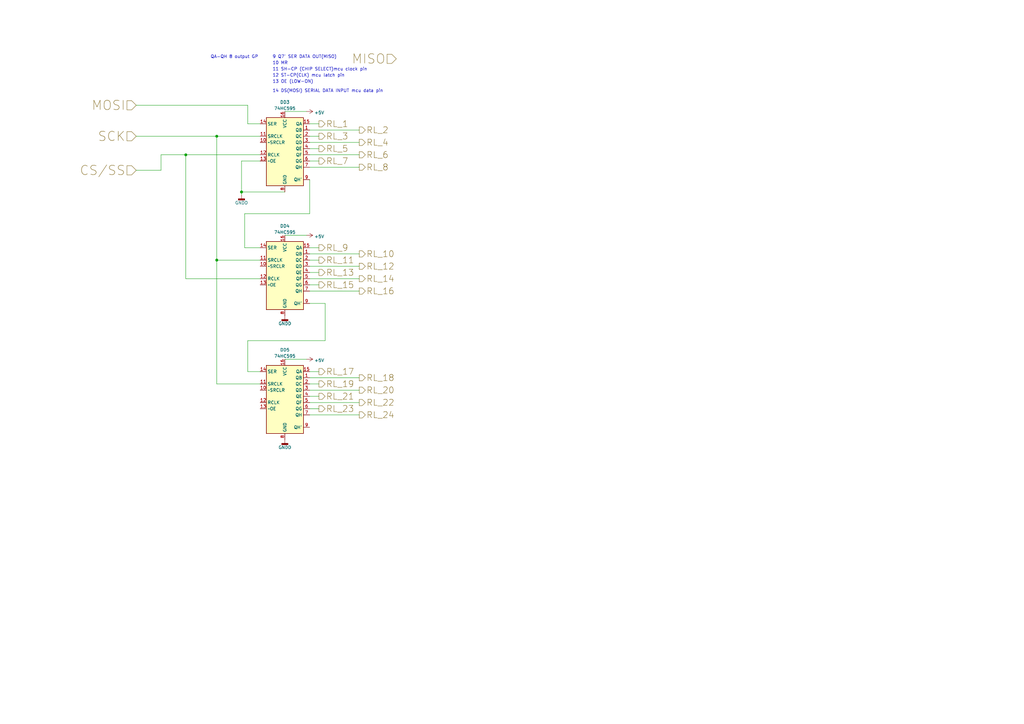
<source format=kicad_sch>
(kicad_sch (version 20210621) (generator eeschema)

  (uuid f3e9d218-bfa9-47e0-86eb-88e767012ce2)

  (paper "A3")

  (lib_symbols
    (symbol "my_Library:74HC595" (in_bom yes) (on_board yes)
      (property "Reference" "DD" (id 0) (at 0 19.05 0)
        (effects (font (size 1.27 1.27)))
      )
      (property "Value" "74HC595" (id 1) (at 0 16.51 0)
        (effects (font (size 1.27 1.27)))
      )
      (property "Footprint" "my_Library_ftprint:DIP-16_W7.62mm_Socket_LongPads" (id 2) (at 0 0 0)
        (effects (font (size 1.27 1.27)) hide)
      )
      (property "Datasheet" "http://www.ti.com/lit/ds/symlink/sn74hc595.pdf" (id 3) (at 0 0 0)
        (effects (font (size 1.27 1.27)) hide)
      )
      (property "ki_keywords" "HCMOS SR 3State" (id 4) (at 0 0 0)
        (effects (font (size 1.27 1.27)) hide)
      )
      (property "ki_description" "8-bit serial in/out Shift Register 3-State Outputs" (id 5) (at 0 0 0)
        (effects (font (size 1.27 1.27)) hide)
      )
      (property "ki_fp_filters" "DIP*W7.62mm* SOIC*3.9x9.9mm*P1.27mm* TSSOP*4.4x5mm*P0.65mm* SOIC*5.3x10.2mm*P1.27mm* SOIC*7.5x10.3mm*P1.27mm*" (id 6) (at 0 0 0)
        (effects (font (size 1.27 1.27)) hide)
      )
      (symbol "74HC595_1_0"
        (pin tri_state line (at 10.16 7.62 180) (length 2.54)
          (name "QB" (effects (font (size 1.27 1.27))))
          (number "1" (effects (font (size 1.27 1.27))))
        )
        (pin input line (at -10.16 2.54 0) (length 2.54)
          (name "~SRCLR" (effects (font (size 1.27 1.27))))
          (number "10" (effects (font (size 1.27 1.27))))
        )
        (pin input line (at -10.16 5.08 0) (length 2.54)
          (name "SRCLK" (effects (font (size 1.27 1.27))))
          (number "11" (effects (font (size 1.27 1.27))))
        )
        (pin input line (at -10.16 -2.54 0) (length 2.54)
          (name "RCLK" (effects (font (size 1.27 1.27))))
          (number "12" (effects (font (size 1.27 1.27))))
        )
        (pin input line (at -10.16 -5.08 0) (length 2.54)
          (name "~OE" (effects (font (size 1.27 1.27))))
          (number "13" (effects (font (size 1.27 1.27))))
        )
        (pin input line (at -10.16 10.16 0) (length 2.54)
          (name "SER" (effects (font (size 1.27 1.27))))
          (number "14" (effects (font (size 1.27 1.27))))
        )
        (pin tri_state line (at 10.16 10.16 180) (length 2.54)
          (name "QA" (effects (font (size 1.27 1.27))))
          (number "15" (effects (font (size 1.27 1.27))))
        )
        (pin power_in line (at 0 15.24 270) (length 2.54)
          (name "VCC" (effects (font (size 1.27 1.27))))
          (number "16" (effects (font (size 1.27 1.27))))
        )
        (pin tri_state line (at 10.16 5.08 180) (length 2.54)
          (name "QC" (effects (font (size 1.27 1.27))))
          (number "2" (effects (font (size 1.27 1.27))))
        )
        (pin tri_state line (at 10.16 2.54 180) (length 2.54)
          (name "QD" (effects (font (size 1.27 1.27))))
          (number "3" (effects (font (size 1.27 1.27))))
        )
        (pin tri_state line (at 10.16 0 180) (length 2.54)
          (name "QE" (effects (font (size 1.27 1.27))))
          (number "4" (effects (font (size 1.27 1.27))))
        )
        (pin tri_state line (at 10.16 -2.54 180) (length 2.54)
          (name "QF" (effects (font (size 1.27 1.27))))
          (number "5" (effects (font (size 1.27 1.27))))
        )
        (pin tri_state line (at 10.16 -5.08 180) (length 2.54)
          (name "QG" (effects (font (size 1.27 1.27))))
          (number "6" (effects (font (size 1.27 1.27))))
        )
        (pin tri_state line (at 10.16 -7.62 180) (length 2.54)
          (name "QH" (effects (font (size 1.27 1.27))))
          (number "7" (effects (font (size 1.27 1.27))))
        )
        (pin power_in line (at 0 -17.78 90) (length 2.54)
          (name "GND" (effects (font (size 1.27 1.27))))
          (number "8" (effects (font (size 1.27 1.27))))
        )
        (pin output line (at 10.16 -12.7 180) (length 2.54)
          (name "QH'" (effects (font (size 1.27 1.27))))
          (number "9" (effects (font (size 1.27 1.27))))
        )
      )
      (symbol "74HC595_1_1"
        (rectangle (start -7.62 12.7) (end 7.62 -15.24)
          (stroke (width 0.254)) (fill (type background))
        )
      )
    )
    (symbol "power:+5V" (power) (pin_names (offset 0)) (in_bom yes) (on_board yes)
      (property "Reference" "#PWR" (id 0) (at 0 -3.81 0)
        (effects (font (size 1.27 1.27)) hide)
      )
      (property "Value" "+5V" (id 1) (at 0 3.556 0)
        (effects (font (size 1.27 1.27)))
      )
      (property "Footprint" "" (id 2) (at 0 0 0)
        (effects (font (size 1.27 1.27)) hide)
      )
      (property "Datasheet" "" (id 3) (at 0 0 0)
        (effects (font (size 1.27 1.27)) hide)
      )
      (property "ki_keywords" "power-flag" (id 4) (at 0 0 0)
        (effects (font (size 1.27 1.27)) hide)
      )
      (property "ki_description" "Power symbol creates a global label with name \"+5V\"" (id 5) (at 0 0 0)
        (effects (font (size 1.27 1.27)) hide)
      )
      (symbol "+5V_0_1"
        (polyline
          (pts
            (xy -0.762 1.27)
            (xy 0 2.54)
          )
          (stroke (width 0)) (fill (type none))
        )
        (polyline
          (pts
            (xy 0 0)
            (xy 0 2.54)
          )
          (stroke (width 0)) (fill (type none))
        )
        (polyline
          (pts
            (xy 0 2.54)
            (xy 0.762 1.27)
          )
          (stroke (width 0)) (fill (type none))
        )
      )
      (symbol "+5V_1_1"
        (pin power_in line (at 0 0 90) (length 0) hide
          (name "+5V" (effects (font (size 1.27 1.27))))
          (number "1" (effects (font (size 1.27 1.27))))
        )
      )
    )
    (symbol "power:GNDD" (power) (pin_names (offset 0)) (in_bom yes) (on_board yes)
      (property "Reference" "#PWR" (id 0) (at 0 -6.35 0)
        (effects (font (size 1.27 1.27)) hide)
      )
      (property "Value" "GNDD" (id 1) (at 0 -3.175 0)
        (effects (font (size 1.27 1.27)))
      )
      (property "Footprint" "" (id 2) (at 0 0 0)
        (effects (font (size 1.27 1.27)) hide)
      )
      (property "Datasheet" "" (id 3) (at 0 0 0)
        (effects (font (size 1.27 1.27)) hide)
      )
      (property "ki_keywords" "power-flag" (id 4) (at 0 0 0)
        (effects (font (size 1.27 1.27)) hide)
      )
      (property "ki_description" "Power symbol creates a global label with name \"GNDD\" , digital ground" (id 5) (at 0 0 0)
        (effects (font (size 1.27 1.27)) hide)
      )
      (symbol "GNDD_0_1"
        (rectangle (start -1.27 -1.524) (end 1.27 -2.032)
          (stroke (width 0.254)) (fill (type outline))
        )
        (polyline
          (pts
            (xy 0 0)
            (xy 0 -1.524)
          )
          (stroke (width 0)) (fill (type none))
        )
      )
      (symbol "GNDD_1_1"
        (pin power_in line (at 0 0 270) (length 0) hide
          (name "GNDD" (effects (font (size 1.27 1.27))))
          (number "1" (effects (font (size 1.27 1.27))))
        )
      )
    )
  )

  (junction (at 76.2 63.5) (diameter 1.016) (color 0 0 0 0))
  (junction (at 88.9 55.88) (diameter 1.016) (color 0 0 0 0))
  (junction (at 88.9 106.68) (diameter 1.016) (color 0 0 0 0))
  (junction (at 99.06 78.74) (diameter 1.016) (color 0 0 0 0))

  (wire (pts (xy 55.88 43.18) (xy 101.6 43.18))
    (stroke (width 0) (type solid) (color 0 0 0 0))
    (uuid d0c3b84a-499a-40be-950c-a8d77fcbc047)
  )
  (wire (pts (xy 55.88 55.88) (xy 88.9 55.88))
    (stroke (width 0) (type solid) (color 0 0 0 0))
    (uuid c970506d-5dcb-4a17-af73-e3a70a931e5a)
  )
  (wire (pts (xy 55.88 69.85) (xy 66.04 69.85))
    (stroke (width 0) (type solid) (color 0 0 0 0))
    (uuid e863bb6f-cdad-4231-92a8-e107067b3fda)
  )
  (wire (pts (xy 66.04 63.5) (xy 66.04 69.85))
    (stroke (width 0) (type solid) (color 0 0 0 0))
    (uuid e863bb6f-cdad-4231-92a8-e107067b3fda)
  )
  (wire (pts (xy 76.2 63.5) (xy 66.04 63.5))
    (stroke (width 0) (type solid) (color 0 0 0 0))
    (uuid 3410836d-743a-4730-9e6b-508c7a36f56b)
  )
  (wire (pts (xy 76.2 63.5) (xy 76.2 114.3))
    (stroke (width 0) (type solid) (color 0 0 0 0))
    (uuid 5f2ce5ae-a6e2-439e-bca2-a14c877a8d16)
  )
  (wire (pts (xy 76.2 114.3) (xy 106.68 114.3))
    (stroke (width 0) (type solid) (color 0 0 0 0))
    (uuid 5f2ce5ae-a6e2-439e-bca2-a14c877a8d16)
  )
  (wire (pts (xy 88.9 55.88) (xy 88.9 106.68))
    (stroke (width 0) (type solid) (color 0 0 0 0))
    (uuid aaff0f9a-a3ec-4e26-95ba-30dc14da5f15)
  )
  (wire (pts (xy 88.9 55.88) (xy 106.68 55.88))
    (stroke (width 0) (type solid) (color 0 0 0 0))
    (uuid c970506d-5dcb-4a17-af73-e3a70a931e5a)
  )
  (wire (pts (xy 88.9 106.68) (xy 88.9 157.48))
    (stroke (width 0) (type solid) (color 0 0 0 0))
    (uuid 7d1322fe-7a9b-4974-b780-ad66de30368d)
  )
  (wire (pts (xy 88.9 106.68) (xy 106.68 106.68))
    (stroke (width 0) (type solid) (color 0 0 0 0))
    (uuid aaff0f9a-a3ec-4e26-95ba-30dc14da5f15)
  )
  (wire (pts (xy 88.9 157.48) (xy 106.68 157.48))
    (stroke (width 0) (type solid) (color 0 0 0 0))
    (uuid 7d1322fe-7a9b-4974-b780-ad66de30368d)
  )
  (wire (pts (xy 99.06 66.04) (xy 99.06 78.74))
    (stroke (width 0) (type solid) (color 0 0 0 0))
    (uuid d72e4527-46de-4374-8887-0ae2f1226920)
  )
  (wire (pts (xy 99.06 78.74) (xy 99.06 80.01))
    (stroke (width 0) (type solid) (color 0 0 0 0))
    (uuid d72e4527-46de-4374-8887-0ae2f1226920)
  )
  (wire (pts (xy 99.06 78.74) (xy 116.84 78.74))
    (stroke (width 0) (type solid) (color 0 0 0 0))
    (uuid b35db7d5-4699-41f5-b2a8-cbb39539178c)
  )
  (wire (pts (xy 100.33 87.63) (xy 100.33 101.6))
    (stroke (width 0) (type solid) (color 0 0 0 0))
    (uuid 7cc71f8d-1892-466f-a84e-be98c1a09980)
  )
  (wire (pts (xy 100.33 87.63) (xy 127 87.63))
    (stroke (width 0) (type solid) (color 0 0 0 0))
    (uuid a360568a-a883-4be3-b5fb-a54d432bbcb6)
  )
  (wire (pts (xy 100.33 101.6) (xy 106.68 101.6))
    (stroke (width 0) (type solid) (color 0 0 0 0))
    (uuid d154373a-5f86-47b4-83a1-2b7d756b18b1)
  )
  (wire (pts (xy 101.6 43.18) (xy 101.6 50.8))
    (stroke (width 0) (type solid) (color 0 0 0 0))
    (uuid d0c3b84a-499a-40be-950c-a8d77fcbc047)
  )
  (wire (pts (xy 101.6 50.8) (xy 106.68 50.8))
    (stroke (width 0) (type solid) (color 0 0 0 0))
    (uuid d0c3b84a-499a-40be-950c-a8d77fcbc047)
  )
  (wire (pts (xy 101.6 139.7) (xy 101.6 152.4))
    (stroke (width 0) (type solid) (color 0 0 0 0))
    (uuid 0be76d90-77c0-42ce-b99a-c108d15fc0c0)
  )
  (wire (pts (xy 101.6 152.4) (xy 106.68 152.4))
    (stroke (width 0) (type solid) (color 0 0 0 0))
    (uuid 0be76d90-77c0-42ce-b99a-c108d15fc0c0)
  )
  (wire (pts (xy 106.68 63.5) (xy 76.2 63.5))
    (stroke (width 0) (type solid) (color 0 0 0 0))
    (uuid 3410836d-743a-4730-9e6b-508c7a36f56b)
  )
  (wire (pts (xy 106.68 66.04) (xy 99.06 66.04))
    (stroke (width 0) (type solid) (color 0 0 0 0))
    (uuid d72e4527-46de-4374-8887-0ae2f1226920)
  )
  (wire (pts (xy 116.84 45.72) (xy 125.73 45.72))
    (stroke (width 0) (type solid) (color 0 0 0 0))
    (uuid a3eabdb4-06dc-4352-8991-1399e4e7e04c)
  )
  (wire (pts (xy 116.84 96.52) (xy 125.73 96.52))
    (stroke (width 0) (type solid) (color 0 0 0 0))
    (uuid 868964f3-1cd2-4df3-a0c7-40bcf25507f1)
  )
  (wire (pts (xy 116.84 147.32) (xy 125.73 147.32))
    (stroke (width 0) (type solid) (color 0 0 0 0))
    (uuid 075aaf6c-8fbe-400a-bd4e-d48fdd1ba075)
  )
  (wire (pts (xy 127 50.8) (xy 130.81 50.8))
    (stroke (width 0) (type solid) (color 0 0 0 0))
    (uuid a48ea6dd-21eb-41fd-9dc7-f8b76e7d92e5)
  )
  (wire (pts (xy 127 53.34) (xy 147.32 53.34))
    (stroke (width 0) (type solid) (color 0 0 0 0))
    (uuid 4d10af38-6cc1-4a4d-82bb-b99acf899819)
  )
  (wire (pts (xy 127 55.88) (xy 130.81 55.88))
    (stroke (width 0) (type solid) (color 0 0 0 0))
    (uuid 13a3a6e8-44c6-4e4f-b9d7-622c1c08d758)
  )
  (wire (pts (xy 127 58.42) (xy 147.32 58.42))
    (stroke (width 0) (type solid) (color 0 0 0 0))
    (uuid aa1e8fd0-9be1-447c-b7a2-5b3294dd983e)
  )
  (wire (pts (xy 127 60.96) (xy 130.81 60.96))
    (stroke (width 0) (type solid) (color 0 0 0 0))
    (uuid 84464536-db26-4624-92f1-49830602cda5)
  )
  (wire (pts (xy 127 63.5) (xy 147.32 63.5))
    (stroke (width 0) (type solid) (color 0 0 0 0))
    (uuid 270e7ce9-3c9c-473f-a37b-d86bf6d1f40a)
  )
  (wire (pts (xy 127 66.04) (xy 130.81 66.04))
    (stroke (width 0) (type solid) (color 0 0 0 0))
    (uuid 897c3102-d52f-478e-a09c-527bb1ca95b2)
  )
  (wire (pts (xy 127 68.58) (xy 147.32 68.58))
    (stroke (width 0) (type solid) (color 0 0 0 0))
    (uuid bf740da8-f138-4c49-909b-50189e464bbc)
  )
  (wire (pts (xy 127 73.66) (xy 127 87.63))
    (stroke (width 0) (type solid) (color 0 0 0 0))
    (uuid a360568a-a883-4be3-b5fb-a54d432bbcb6)
  )
  (wire (pts (xy 127 101.6) (xy 130.81 101.6))
    (stroke (width 0) (type solid) (color 0 0 0 0))
    (uuid fa1522e6-609e-4bcb-be9b-d620c20ffebf)
  )
  (wire (pts (xy 127 104.14) (xy 147.32 104.14))
    (stroke (width 0) (type solid) (color 0 0 0 0))
    (uuid 7add41fc-b16c-4254-891d-b416432f36f1)
  )
  (wire (pts (xy 127 106.68) (xy 130.81 106.68))
    (stroke (width 0) (type solid) (color 0 0 0 0))
    (uuid dabd554c-a46b-4838-8807-158f208c85ae)
  )
  (wire (pts (xy 127 109.22) (xy 147.32 109.22))
    (stroke (width 0) (type solid) (color 0 0 0 0))
    (uuid 9d4fba5f-6acc-4fd9-b997-6eb8767b56b6)
  )
  (wire (pts (xy 127 111.76) (xy 130.81 111.76))
    (stroke (width 0) (type solid) (color 0 0 0 0))
    (uuid 26f0d96c-bd73-487c-84c2-f59d26a88d93)
  )
  (wire (pts (xy 127 114.3) (xy 147.32 114.3))
    (stroke (width 0) (type solid) (color 0 0 0 0))
    (uuid fa427db4-734a-40cf-8d1b-3c004d8ba68a)
  )
  (wire (pts (xy 127 116.84) (xy 130.81 116.84))
    (stroke (width 0) (type solid) (color 0 0 0 0))
    (uuid 33c562c2-bf81-475e-a4b4-51cd5290641b)
  )
  (wire (pts (xy 127 119.38) (xy 147.32 119.38))
    (stroke (width 0) (type solid) (color 0 0 0 0))
    (uuid 792578a8-c5ea-441d-823a-a2814764c45c)
  )
  (wire (pts (xy 127 124.46) (xy 133.35 124.46))
    (stroke (width 0) (type solid) (color 0 0 0 0))
    (uuid 0be76d90-77c0-42ce-b99a-c108d15fc0c0)
  )
  (wire (pts (xy 127 152.4) (xy 130.81 152.4))
    (stroke (width 0) (type solid) (color 0 0 0 0))
    (uuid c3490dd9-85f4-46af-8c8b-16c1180d83a5)
  )
  (wire (pts (xy 127 154.94) (xy 147.32 154.94))
    (stroke (width 0) (type solid) (color 0 0 0 0))
    (uuid 2aa04d52-624b-4e78-a95b-780466ad9203)
  )
  (wire (pts (xy 127 157.48) (xy 130.81 157.48))
    (stroke (width 0) (type solid) (color 0 0 0 0))
    (uuid bfbfc3e3-c0ef-40d5-a489-7b0b324c9030)
  )
  (wire (pts (xy 127 160.02) (xy 147.32 160.02))
    (stroke (width 0) (type solid) (color 0 0 0 0))
    (uuid 4922e939-dff0-4f9e-92bb-a902a06ef173)
  )
  (wire (pts (xy 127 162.56) (xy 130.81 162.56))
    (stroke (width 0) (type solid) (color 0 0 0 0))
    (uuid 9b15d3dd-00ef-4602-8516-26e53cfbb52f)
  )
  (wire (pts (xy 127 165.1) (xy 147.32 165.1))
    (stroke (width 0) (type solid) (color 0 0 0 0))
    (uuid eaa2b966-d847-4fef-97b1-149d874c473c)
  )
  (wire (pts (xy 127 167.64) (xy 130.81 167.64))
    (stroke (width 0) (type solid) (color 0 0 0 0))
    (uuid 5a3e515b-0d86-49eb-9bbe-450533da2a0e)
  )
  (wire (pts (xy 127 170.18) (xy 147.32 170.18))
    (stroke (width 0) (type solid) (color 0 0 0 0))
    (uuid fe624995-ed24-448b-aef6-0b49f93cb80b)
  )
  (wire (pts (xy 133.35 124.46) (xy 133.35 139.7))
    (stroke (width 0) (type solid) (color 0 0 0 0))
    (uuid 0be76d90-77c0-42ce-b99a-c108d15fc0c0)
  )
  (wire (pts (xy 133.35 139.7) (xy 101.6 139.7))
    (stroke (width 0) (type solid) (color 0 0 0 0))
    (uuid 0be76d90-77c0-42ce-b99a-c108d15fc0c0)
  )

  (text "QA-QH 8 output GP" (at 86.36 24.13 0)
    (effects (font (size 1.27 1.27)) (justify left bottom))
    (uuid 80f09846-5f70-4e31-972f-455495216e87)
  )
  (text "9 Q7' SER DATA OUT(MISO)" (at 111.76 24.13 0)
    (effects (font (size 1.27 1.27)) (justify left bottom))
    (uuid 869aa4db-4455-4ed2-9267-bcd025124b32)
  )
  (text "10 MR" (at 111.76 26.67 0)
    (effects (font (size 1.27 1.27)) (justify left bottom))
    (uuid a1f13f0f-69bd-4568-8f62-f04e52be0cd8)
  )
  (text "11 SH-CP (CHIP SELECT)mcu clock pin" (at 111.76 29.21 0)
    (effects (font (size 1.27 1.27)) (justify left bottom))
    (uuid 4d96845f-c9bb-4edf-94e0-deed610f2f39)
  )
  (text "12 ST-CP(CLK) mcu latch pin" (at 111.76 31.75 0)
    (effects (font (size 1.27 1.27)) (justify left bottom))
    (uuid 2807d9f6-8e02-4b6b-94ac-72b3d2e25b52)
  )
  (text "13 OE (LOW-ON)" (at 111.76 34.29 0)
    (effects (font (size 1.27 1.27)) (justify left bottom))
    (uuid 72a97262-4c81-4421-bce6-faf540dd31a4)
  )
  (text "14 DS(MOSI) SERIAL DATA INPUT mcu data pin" (at 111.76 38.1 0)
    (effects (font (size 1.27 1.27)) (justify left bottom))
    (uuid 8f52bec4-9b80-4c6b-b5fb-a1b76fc161b7)
  )

  (hierarchical_label "MOSI" (shape input) (at 55.88 43.18 180)
    (effects (font (size 3.81 3.81)) (justify right))
    (uuid 44c2bc6e-7a0d-4100-91ef-dd822866c5b3)
  )
  (hierarchical_label "SCK" (shape input) (at 55.88 55.88 180)
    (effects (font (size 3.81 3.81)) (justify right))
    (uuid a906b3c5-5c2f-49d5-98b2-2fb7da77f75f)
  )
  (hierarchical_label "CS{slash}SS" (shape input) (at 55.88 69.85 180)
    (effects (font (size 3.81 3.81)) (justify right))
    (uuid 99b21892-6e60-492f-b2ec-626599bf800c)
  )
  (hierarchical_label "RL_1" (shape output) (at 130.81 50.8 0)
    (effects (font (size 2.54 2.54)) (justify left))
    (uuid 39500142-2aaa-483e-b2a6-83b52a02f5da)
  )
  (hierarchical_label "RL_3" (shape output) (at 130.81 55.88 0)
    (effects (font (size 2.54 2.54)) (justify left))
    (uuid aa6baade-e91d-492c-b6e4-c036d8ec208c)
  )
  (hierarchical_label "RL_5" (shape output) (at 130.81 60.96 0)
    (effects (font (size 2.54 2.54)) (justify left))
    (uuid b0a9b8ef-4761-4cfb-8943-ac39f67feb5a)
  )
  (hierarchical_label "RL_7" (shape output) (at 130.81 66.04 0)
    (effects (font (size 2.54 2.54)) (justify left))
    (uuid 0352cc75-9274-45f8-ad82-0306dddeaea3)
  )
  (hierarchical_label "RL_9" (shape output) (at 130.81 101.6 0)
    (effects (font (size 2.54 2.54)) (justify left))
    (uuid 02ca892f-11a6-4ebb-9694-e928fe67a126)
  )
  (hierarchical_label "RL_11" (shape output) (at 130.81 106.68 0)
    (effects (font (size 2.54 2.54)) (justify left))
    (uuid 2d721a57-b6cb-4441-81e0-6088155fc7e2)
  )
  (hierarchical_label "RL_13" (shape output) (at 130.81 111.76 0)
    (effects (font (size 2.54 2.54)) (justify left))
    (uuid e7c238f3-68b6-4b56-a892-5defdd0a490d)
  )
  (hierarchical_label "RL_15" (shape output) (at 130.81 116.84 0)
    (effects (font (size 2.54 2.54)) (justify left))
    (uuid d67ef5dd-7513-4aad-8c5f-2dd2c984f937)
  )
  (hierarchical_label "RL_17" (shape output) (at 130.81 152.4 0)
    (effects (font (size 2.54 2.54)) (justify left))
    (uuid b1eadaf1-3cd3-4fcd-8317-948177c8cf42)
  )
  (hierarchical_label "RL_19" (shape output) (at 130.81 157.48 0)
    (effects (font (size 2.54 2.54)) (justify left))
    (uuid 179042de-4bb5-4163-b02a-5b695053ad58)
  )
  (hierarchical_label "RL_21" (shape output) (at 130.81 162.56 0)
    (effects (font (size 2.54 2.54)) (justify left))
    (uuid 424e76df-5f7a-4cf8-8e59-8c535895be1f)
  )
  (hierarchical_label "RL_23" (shape output) (at 130.81 167.64 0)
    (effects (font (size 2.54 2.54)) (justify left))
    (uuid 2de005c1-3e78-401e-8157-67002b1b69ac)
  )
  (hierarchical_label "RL_2" (shape output) (at 147.32 53.34 0)
    (effects (font (size 2.54 2.54)) (justify left))
    (uuid 1bcbf55d-685e-405d-9d54-c7d2b0c5b9ce)
  )
  (hierarchical_label "RL_4" (shape output) (at 147.32 58.42 0)
    (effects (font (size 2.54 2.54)) (justify left))
    (uuid 1b9014f4-8c0f-44e1-a04a-44cfb94dd0f1)
  )
  (hierarchical_label "RL_6" (shape output) (at 147.32 63.5 0)
    (effects (font (size 2.54 2.54)) (justify left))
    (uuid adc90fbc-ff04-4130-a497-1bbb8bbc5126)
  )
  (hierarchical_label "RL_8" (shape output) (at 147.32 68.58 0)
    (effects (font (size 2.54 2.54)) (justify left))
    (uuid de71ea69-435d-4992-b853-12fb84506cee)
  )
  (hierarchical_label "RL_10" (shape output) (at 147.32 104.14 0)
    (effects (font (size 2.54 2.54)) (justify left))
    (uuid e503adb3-2a6b-4f34-a83a-4fee91cbffb7)
  )
  (hierarchical_label "RL_12" (shape output) (at 147.32 109.22 0)
    (effects (font (size 2.54 2.54)) (justify left))
    (uuid 4cf7c313-f9ec-49c4-8250-5061d9bcf97f)
  )
  (hierarchical_label "RL_14" (shape output) (at 147.32 114.3 0)
    (effects (font (size 2.54 2.54)) (justify left))
    (uuid af39999a-25f5-4a4c-a0eb-7ab7230f0e9f)
  )
  (hierarchical_label "RL_16" (shape output) (at 147.32 119.38 0)
    (effects (font (size 2.54 2.54)) (justify left))
    (uuid 2a61f0f2-a064-4291-9b23-4e31131de45a)
  )
  (hierarchical_label "RL_18" (shape output) (at 147.32 154.94 0)
    (effects (font (size 2.54 2.54)) (justify left))
    (uuid d8934fd9-9020-4169-a4d1-aed5e61cf6c6)
  )
  (hierarchical_label "RL_20" (shape output) (at 147.32 160.02 0)
    (effects (font (size 2.54 2.54)) (justify left))
    (uuid 0d40686c-aceb-47e6-9cf3-90b91e111287)
  )
  (hierarchical_label "RL_22" (shape output) (at 147.32 165.1 0)
    (effects (font (size 2.54 2.54)) (justify left))
    (uuid 80f3bcd4-5855-4f30-b784-34de7f67a567)
  )
  (hierarchical_label "RL_24" (shape output) (at 147.32 170.18 0)
    (effects (font (size 2.54 2.54)) (justify left))
    (uuid a8b9d8d3-b109-435c-8029-ad207770b8fb)
  )
  (hierarchical_label "MISO" (shape input) (at 162.56 24.13 180)
    (effects (font (size 3.81 3.81)) (justify right))
    (uuid aa421ddd-e3dd-4c1c-b913-7e1511eccecb)
  )

  (symbol (lib_id "power:+5V") (at 125.73 45.72 270) (unit 1)
    (in_bom yes) (on_board yes) (fields_autoplaced)
    (uuid f0226d06-3d73-43df-897f-d3ad0d0d8c33)
    (property "Reference" "#PWR04" (id 0) (at 121.92 45.72 0)
      (effects (font (size 1.27 1.27)) hide)
    )
    (property "Value" "+5V" (id 1) (at 128.9051 46.199 90)
      (effects (font (size 1.27 1.27)) (justify left))
    )
    (property "Footprint" "" (id 2) (at 125.73 45.72 0)
      (effects (font (size 1.27 1.27)) hide)
    )
    (property "Datasheet" "" (id 3) (at 125.73 45.72 0)
      (effects (font (size 1.27 1.27)) hide)
    )
    (pin "1" (uuid 297535c7-4441-4444-b376-2a48d92bfb0b))
  )

  (symbol (lib_id "power:+5V") (at 125.73 96.52 270) (unit 1)
    (in_bom yes) (on_board yes) (fields_autoplaced)
    (uuid 911a141d-b339-46e2-b4ec-fc5029ea1474)
    (property "Reference" "#PWR05" (id 0) (at 121.92 96.52 0)
      (effects (font (size 1.27 1.27)) hide)
    )
    (property "Value" "+5V" (id 1) (at 128.9051 96.999 90)
      (effects (font (size 1.27 1.27)) (justify left))
    )
    (property "Footprint" "" (id 2) (at 125.73 96.52 0)
      (effects (font (size 1.27 1.27)) hide)
    )
    (property "Datasheet" "" (id 3) (at 125.73 96.52 0)
      (effects (font (size 1.27 1.27)) hide)
    )
    (pin "1" (uuid 09ea96dc-5ac8-4170-bf9a-daf8ef868904))
  )

  (symbol (lib_id "power:+5V") (at 125.73 147.32 270) (unit 1)
    (in_bom yes) (on_board yes) (fields_autoplaced)
    (uuid 646e0b18-e2a2-4054-af41-c4512c5512ea)
    (property "Reference" "#PWR06" (id 0) (at 121.92 147.32 0)
      (effects (font (size 1.27 1.27)) hide)
    )
    (property "Value" "+5V" (id 1) (at 128.9051 147.799 90)
      (effects (font (size 1.27 1.27)) (justify left))
    )
    (property "Footprint" "" (id 2) (at 125.73 147.32 0)
      (effects (font (size 1.27 1.27)) hide)
    )
    (property "Datasheet" "" (id 3) (at 125.73 147.32 0)
      (effects (font (size 1.27 1.27)) hide)
    )
    (pin "1" (uuid ca1b29d2-95ff-4dc8-8e8a-0931580995e8))
  )

  (symbol (lib_id "power:GNDD") (at 99.06 80.01 0) (unit 1)
    (in_bom yes) (on_board yes) (fields_autoplaced)
    (uuid 97b859ad-f4ea-4830-b8af-347874e2bdc3)
    (property "Reference" "#PWR01" (id 0) (at 99.06 86.36 0)
      (effects (font (size 1.27 1.27)) hide)
    )
    (property "Value" "GNDD" (id 1) (at 99.06 83.185 0))
    (property "Footprint" "" (id 2) (at 99.06 80.01 0)
      (effects (font (size 1.27 1.27)) hide)
    )
    (property "Datasheet" "" (id 3) (at 99.06 80.01 0)
      (effects (font (size 1.27 1.27)) hide)
    )
    (pin "1" (uuid e8478f78-6947-4e62-86d7-6357368b4e1a))
  )

  (symbol (lib_id "power:GNDD") (at 116.84 129.54 0) (unit 1)
    (in_bom yes) (on_board yes) (fields_autoplaced)
    (uuid 3c1e6fa3-324c-48fb-9bf3-7cc45be5ba0c)
    (property "Reference" "#PWR02" (id 0) (at 116.84 135.89 0)
      (effects (font (size 1.27 1.27)) hide)
    )
    (property "Value" "GNDD" (id 1) (at 116.84 132.715 0))
    (property "Footprint" "" (id 2) (at 116.84 129.54 0)
      (effects (font (size 1.27 1.27)) hide)
    )
    (property "Datasheet" "" (id 3) (at 116.84 129.54 0)
      (effects (font (size 1.27 1.27)) hide)
    )
    (pin "1" (uuid d5e129bb-3236-4494-b0f2-edc11b82edae))
  )

  (symbol (lib_id "power:GNDD") (at 116.84 180.34 0) (unit 1)
    (in_bom yes) (on_board yes) (fields_autoplaced)
    (uuid 466ea396-ce3d-433d-9a71-7cc5536c5f95)
    (property "Reference" "#PWR03" (id 0) (at 116.84 186.69 0)
      (effects (font (size 1.27 1.27)) hide)
    )
    (property "Value" "GNDD" (id 1) (at 116.84 183.515 0))
    (property "Footprint" "" (id 2) (at 116.84 180.34 0)
      (effects (font (size 1.27 1.27)) hide)
    )
    (property "Datasheet" "" (id 3) (at 116.84 180.34 0)
      (effects (font (size 1.27 1.27)) hide)
    )
    (pin "1" (uuid 45503e2d-2085-4f8a-9af2-30e550ad4121))
  )

  (symbol (lib_id "my_Library:74HC595") (at 116.84 60.96 0) (unit 1)
    (in_bom yes) (on_board yes) (fields_autoplaced)
    (uuid e85be47c-caff-4854-9771-4e02a8934051)
    (property "Reference" "DD3" (id 0) (at 116.84 41.91 0))
    (property "Value" "74HC595" (id 1) (at 116.84 44.45 0))
    (property "Footprint" "my_Library_ftprint:DIP-16_W7.62mm_Socket_LongPads" (id 2) (at 116.84 60.96 0)
      (effects (font (size 1.27 1.27)) hide)
    )
    (property "Datasheet" "http://www.ti.com/lit/ds/symlink/sn74hc595.pdf" (id 3) (at 116.84 60.96 0)
      (effects (font (size 1.27 1.27)) hide)
    )
    (pin "1" (uuid 7589283d-e242-45a1-a7d3-b62cec80a61b))
    (pin "10" (uuid c9434d8f-0193-42e9-bd83-0f99a050a9c0))
    (pin "11" (uuid 62a9f3b0-5238-423c-a94a-aac68fc20567))
    (pin "12" (uuid 83554aed-81f5-475f-bad5-3656d7850f23))
    (pin "13" (uuid e402be13-aa89-4f14-b261-b4501bcd9d0d))
    (pin "14" (uuid ce87a639-515e-4a53-a5c9-d4df079e7ca8))
    (pin "15" (uuid e92c59c9-a577-4f23-8ba8-de0cbdd1ffb4))
    (pin "16" (uuid 75b008f1-6e52-4733-97c2-f65d3c0ccfb6))
    (pin "2" (uuid 099c52b6-9b0b-4cf4-b052-95ef2bf97da6))
    (pin "3" (uuid 65f634e5-5f58-4a70-806a-409c29c8015c))
    (pin "4" (uuid c0d78013-09ae-4e0f-94e7-a95994cecb33))
    (pin "5" (uuid 04a054bf-d5b6-4c72-aed4-a23656bee92b))
    (pin "6" (uuid fef825cb-cc24-486a-9826-3e511496955a))
    (pin "7" (uuid 2b97e7ca-2fe9-4d16-b5b0-5efacfcfed0c))
    (pin "8" (uuid 8e004cc5-61e8-494c-aa81-55c2d102c4aa))
    (pin "9" (uuid bcb977ed-7451-44c3-bcf1-30dd6ff5b56f))
  )

  (symbol (lib_id "my_Library:74HC595") (at 116.84 111.76 0) (unit 1)
    (in_bom yes) (on_board yes) (fields_autoplaced)
    (uuid 25dc7f5e-ce1a-41a9-973e-8b9283c384f9)
    (property "Reference" "DD4" (id 0) (at 116.84 92.71 0))
    (property "Value" "74HC595" (id 1) (at 116.84 95.25 0))
    (property "Footprint" "my_Library_ftprint:DIP-16_W7.62mm_Socket_LongPads" (id 2) (at 116.84 111.76 0)
      (effects (font (size 1.27 1.27)) hide)
    )
    (property "Datasheet" "http://www.ti.com/lit/ds/symlink/sn74hc595.pdf" (id 3) (at 116.84 111.76 0)
      (effects (font (size 1.27 1.27)) hide)
    )
    (pin "1" (uuid b18abc9c-5cec-4c39-a403-b94167339677))
    (pin "10" (uuid 9e397745-c265-4dae-845d-aa8776c39c2b))
    (pin "11" (uuid 72ca3a05-aaab-43a7-87bc-fde0f7a0871d))
    (pin "12" (uuid ce9121e2-4d96-4408-883e-11e59dadcecc))
    (pin "13" (uuid 3bd12ca4-fc6d-4114-b02a-e296f63afa04))
    (pin "14" (uuid 3b1c02b8-7b22-4788-8077-fb78c8888173))
    (pin "15" (uuid 89d2fd89-fce8-4e3f-b389-e665cd1b9b10))
    (pin "16" (uuid 139bcedb-8058-4ff1-a4d2-fbcbc75bae2c))
    (pin "2" (uuid d0712d99-0812-47d6-bbec-980cb542a52a))
    (pin "3" (uuid cf2889df-88f9-4902-a79d-3cda8c06c558))
    (pin "4" (uuid 08a7e29f-347b-45bd-be19-7f9e198e82fd))
    (pin "5" (uuid 469944b1-14c7-49f9-839d-fa8e7f5a9b22))
    (pin "6" (uuid e6008bb7-19a7-4ecb-a468-abe93b287971))
    (pin "7" (uuid 82c115e0-e653-4de7-9162-1f445b874c78))
    (pin "8" (uuid 32d59017-66e2-4f84-b88b-39a87a14e93a))
    (pin "9" (uuid ec141a0d-3c6a-4755-a1c2-97b9a536fe29))
  )

  (symbol (lib_id "my_Library:74HC595") (at 116.84 162.56 0) (unit 1)
    (in_bom yes) (on_board yes) (fields_autoplaced)
    (uuid 0fe7c98b-0fb4-42f5-9147-267bdfb2203a)
    (property "Reference" "DD5" (id 0) (at 116.84 143.51 0))
    (property "Value" "74HC595" (id 1) (at 116.84 146.05 0))
    (property "Footprint" "my_Library_ftprint:DIP-16_W7.62mm_Socket_LongPads" (id 2) (at 116.84 162.56 0)
      (effects (font (size 1.27 1.27)) hide)
    )
    (property "Datasheet" "http://www.ti.com/lit/ds/symlink/sn74hc595.pdf" (id 3) (at 116.84 162.56 0)
      (effects (font (size 1.27 1.27)) hide)
    )
    (pin "1" (uuid 64000144-d1e6-4ea8-86eb-d48df7c48314))
    (pin "10" (uuid 7b013640-6347-4bdf-8534-4c62fdf61733))
    (pin "11" (uuid 1d43e304-fd50-4df4-b64a-55cede5613fd))
    (pin "12" (uuid 8cebd2fa-e134-475c-8530-8cb4e366d3e5))
    (pin "13" (uuid 9769f26d-7379-41a0-8166-b870cc0b723f))
    (pin "14" (uuid 9dc5ddd4-d98e-4f85-9665-d61fb00a5582))
    (pin "15" (uuid 411a6cb1-a8a5-49e4-8509-28368c05274a))
    (pin "16" (uuid 6d63d8fa-2c2e-4627-81da-db15e6bdecc0))
    (pin "2" (uuid 619ee7d0-b500-4582-92b1-f43acd416936))
    (pin "3" (uuid d15736b2-4508-43bf-85b4-4e9a5029c847))
    (pin "4" (uuid b7c5fd7a-347c-400a-ad9e-bf6f77b100e6))
    (pin "5" (uuid b4a5cffa-f972-4d2c-a7cc-a8415506b0ea))
    (pin "6" (uuid 541af478-53ba-4a2d-aed3-c63950e32b1e))
    (pin "7" (uuid 4c7cbed7-cd42-4e69-aded-f8cd0416197a))
    (pin "8" (uuid 5b931559-14a3-4c36-8edb-80b8596d2fa7))
    (pin "9" (uuid 35ca75a1-cc50-44bf-b865-36e9e4818020))
  )
)

</source>
